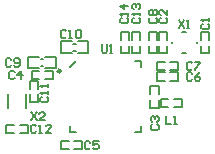
<source format=gto>
G04 Layer_Color=65535*
%FSLAX24Y24*%
%MOIN*%
G70*
G01*
G75*
%ADD21C,0.0060*%
%ADD29C,0.0098*%
%ADD30C,0.0079*%
%ADD31C,0.0050*%
D21*
X1169Y1908D02*
Y2164D01*
Y1456D02*
Y1712D01*
X894Y1908D02*
Y2164D01*
Y1456D02*
Y1712D01*
Y1456D02*
X1169D01*
X894Y2164D02*
X1169D01*
X2579Y2157D02*
X2705D01*
X2216Y1786D02*
Y1834D01*
X2579Y1464D02*
X2705D01*
X3067Y1786D02*
Y1834D01*
X2079Y1908D02*
Y2164D01*
Y1456D02*
Y1712D01*
X1804Y1908D02*
Y2164D01*
Y1456D02*
Y1712D01*
Y1456D02*
X2079D01*
X1804Y2164D02*
X2079D01*
X1512Y-354D02*
Y-98D01*
Y98D02*
Y354D01*
X1788Y-354D02*
Y-98D01*
Y98D02*
Y354D01*
X1512D02*
X1788D01*
X1512Y-354D02*
X1788D01*
X-2454Y878D02*
X-2198D01*
X-2002D02*
X-1746D01*
X-2454Y602D02*
X-2198D01*
X-2002D02*
X-1746D01*
Y878D01*
X-2454Y602D02*
Y878D01*
X1726Y818D02*
X1982D01*
X2178D02*
X2434D01*
X1726Y542D02*
X1982D01*
X2178D02*
X2434D01*
Y818D01*
X1726Y542D02*
Y818D01*
X2178Y892D02*
X2434D01*
X1726D02*
X1982D01*
X2178Y1168D02*
X2434D01*
X1726D02*
X1982D01*
X1726Y892D02*
Y1168D01*
X2434Y892D02*
Y1168D01*
X1729Y1908D02*
Y2164D01*
Y1456D02*
Y1712D01*
X1454Y1908D02*
Y2164D01*
Y1456D02*
Y1712D01*
Y1456D02*
X1729D01*
X1454Y2164D02*
X1729D01*
X2564Y-338D02*
Y-62D01*
X1856Y-338D02*
Y-62D01*
X2112D01*
X2308D02*
X2564D01*
X1856Y-338D02*
X2112D01*
X2308D02*
X2564D01*
X-2563Y1347D02*
X-2198D01*
X-2002D02*
X-1637D01*
X-2563Y953D02*
X-2198D01*
X-2002D02*
X-1637D01*
Y1347D01*
X-2563Y953D02*
Y1347D01*
X-3294Y-922D02*
X-3038D01*
X-2842D02*
X-2586D01*
X-3294Y-1198D02*
X-3038D01*
X-2842D02*
X-2586D01*
Y-922D01*
X-3294Y-1198D02*
Y-922D01*
X-1474Y-1472D02*
X-1218D01*
X-1022D02*
X-766D01*
X-1474Y-1748D02*
X-1218D01*
X-1022D02*
X-766D01*
Y-1472D01*
X-1474Y-1748D02*
Y-1472D01*
X-920Y1463D02*
X-556D01*
X-1481D02*
X-1117D01*
X-920Y1857D02*
X-556D01*
X-1481D02*
X-1117D01*
X-1481Y1463D02*
Y1857D01*
X-556Y1463D02*
Y1857D01*
X3204Y1456D02*
Y1712D01*
Y1909D02*
Y2164D01*
X3479Y1456D02*
Y1712D01*
Y1909D02*
Y2164D01*
X3204D02*
X3479D01*
X3204Y1456D02*
X3479D01*
X-2518Y-174D02*
Y82D01*
Y278D02*
Y534D01*
X-2242Y-174D02*
Y82D01*
Y278D02*
Y534D01*
X-2518D02*
X-2242D01*
X-2518Y-174D02*
X-2242D01*
X514Y2165D02*
X789D01*
X514Y1457D02*
X789D01*
X514D02*
Y1712D01*
Y1909D02*
Y2165D01*
X789Y1457D02*
Y1712D01*
Y1909D02*
Y2165D01*
X-1299Y2185D02*
X-1344Y2230D01*
X-1433D01*
X-1478Y2185D01*
Y2005D01*
X-1433Y1960D01*
X-1344D01*
X-1299Y2005D01*
X-1209Y1960D02*
X-1119D01*
X-1164D01*
Y2230D01*
X-1209Y2185D01*
X-984D02*
X-939Y2230D01*
X-849D01*
X-804Y2185D01*
Y2005D01*
X-849Y1960D01*
X-939D01*
X-984Y2005D01*
Y2185D01*
X-2116Y11D02*
X-2161Y-34D01*
Y-124D01*
X-2116Y-169D01*
X-1936D01*
X-1891Y-124D01*
Y-34D01*
X-1936Y11D01*
X-1891Y101D02*
Y191D01*
Y146D01*
X-2161D01*
X-2116Y101D01*
X-1891Y326D02*
Y416D01*
Y371D01*
X-2161D01*
X-2116Y326D01*
X-2290Y-965D02*
X-2335Y-920D01*
X-2425D01*
X-2470Y-965D01*
Y-1145D01*
X-2425Y-1190D01*
X-2335D01*
X-2290Y-1145D01*
X-2200Y-1190D02*
X-2110D01*
X-2155D01*
Y-920D01*
X-2200Y-965D01*
X-1795Y-1190D02*
X-1975D01*
X-1795Y-1010D01*
Y-965D01*
X-1840Y-920D01*
X-1930D01*
X-1975Y-965D01*
X-2460Y-510D02*
X-2280Y-780D01*
Y-510D02*
X-2460Y-780D01*
X-2010D02*
X-2190D01*
X-2010Y-600D01*
Y-555D01*
X-2055Y-510D01*
X-2145D01*
X-2190Y-555D01*
X1562Y-918D02*
X1518Y-963D01*
Y-1053D01*
X1562Y-1098D01*
X1742D01*
X1787Y-1053D01*
Y-963D01*
X1742Y-918D01*
X1562Y-828D02*
X1518Y-783D01*
Y-693D01*
X1562Y-648D01*
X1607D01*
X1652Y-693D01*
Y-738D01*
Y-693D01*
X1697Y-648D01*
X1742D01*
X1787Y-693D01*
Y-783D01*
X1742Y-828D01*
X2027Y-628D02*
Y-898D01*
X2207D01*
X2297D02*
X2387D01*
X2342D01*
Y-628D01*
X2297Y-673D01*
X-120Y1750D02*
Y1525D01*
X-75Y1480D01*
X15D01*
X60Y1525D01*
Y1750D01*
X150Y1480D02*
X240D01*
X195D01*
Y1750D01*
X150Y1705D01*
X1854Y2635D02*
X1809Y2590D01*
Y2500D01*
X1854Y2455D01*
X2034D01*
X2079Y2500D01*
Y2590D01*
X2034Y2635D01*
X2079Y2905D02*
Y2725D01*
X1899Y2905D01*
X1854D01*
X1809Y2860D01*
Y2770D01*
X1854Y2725D01*
X2907Y770D02*
X2862Y815D01*
X2772D01*
X2728Y770D01*
Y590D01*
X2772Y545D01*
X2862D01*
X2907Y590D01*
X3177Y815D02*
X3087Y770D01*
X2997Y680D01*
Y590D01*
X3042Y545D01*
X3132D01*
X3177Y590D01*
Y635D01*
X3132Y680D01*
X2997D01*
X-3123Y1237D02*
X-3168Y1282D01*
X-3258D01*
X-3303Y1237D01*
Y1057D01*
X-3258Y1012D01*
X-3168D01*
X-3123Y1057D01*
X-3033D02*
X-2988Y1012D01*
X-2898D01*
X-2853Y1057D01*
Y1237D01*
X-2898Y1282D01*
X-2988D01*
X-3033Y1237D01*
Y1192D01*
X-2988Y1147D01*
X-2853D01*
X1504Y2635D02*
X1459Y2590D01*
Y2500D01*
X1504Y2455D01*
X1684D01*
X1729Y2500D01*
Y2590D01*
X1684Y2635D01*
X1504Y2725D02*
X1459Y2770D01*
Y2860D01*
X1504Y2905D01*
X1549D01*
X1594Y2860D01*
X1639Y2905D01*
X1684D01*
X1729Y2860D01*
Y2770D01*
X1684Y2725D01*
X1639D01*
X1594Y2770D01*
X1549Y2725D01*
X1504D01*
X1594Y2770D02*
Y2860D01*
X2452Y2560D02*
X2631Y2290D01*
Y2560D02*
X2452Y2290D01*
X2721D02*
X2811D01*
X2766D01*
Y2560D01*
X2721Y2515D01*
X3247Y2440D02*
X3202Y2395D01*
Y2305D01*
X3247Y2260D01*
X3427D01*
X3472Y2305D01*
Y2395D01*
X3427Y2440D01*
X3472Y2530D02*
Y2620D01*
Y2575D01*
X3202D01*
X3247Y2530D01*
X2907Y1120D02*
X2862Y1165D01*
X2772D01*
X2728Y1120D01*
Y940D01*
X2772Y895D01*
X2862D01*
X2907Y940D01*
X2997Y1165D02*
X3177D01*
Y1120D01*
X2997Y940D01*
Y895D01*
X-490Y-1525D02*
X-535Y-1480D01*
X-625D01*
X-670Y-1525D01*
Y-1705D01*
X-625Y-1750D01*
X-535D01*
X-490Y-1705D01*
X-220Y-1480D02*
X-400D01*
Y-1615D01*
X-310Y-1570D01*
X-265D01*
X-220Y-1615D01*
Y-1705D01*
X-265Y-1750D01*
X-355D01*
X-400Y-1705D01*
X-3013Y827D02*
X-3058Y872D01*
X-3148D01*
X-3193Y827D01*
Y647D01*
X-3148Y602D01*
X-3058D01*
X-3013Y647D01*
X-2788Y602D02*
Y872D01*
X-2923Y737D01*
X-2743D01*
D29*
X-1486Y866D02*
G03*
X-1486Y866I-49J0D01*
G01*
D30*
X-2139Y1268D02*
X-2061D01*
X-2139Y1032D02*
X-2061D01*
X-2645Y-386D02*
Y86D01*
X-3235Y-386D02*
Y86D01*
X-1058Y1542D02*
X-979D01*
X-1058Y1778D02*
X-979D01*
X-1181Y984D02*
X-984Y1181D01*
X984D02*
X1181D01*
Y984D02*
Y1181D01*
Y-1181D02*
Y-984D01*
X984Y-1181D02*
X1181D01*
X-1181D02*
X-984D01*
X-1181D02*
Y-984D01*
D31*
X953Y2637D02*
X912Y2595D01*
Y2512D01*
X953Y2470D01*
X1120D01*
X1162Y2512D01*
Y2595D01*
X1120Y2637D01*
X1162Y2720D02*
Y2803D01*
Y2762D01*
X912D01*
X953Y2720D01*
Y2928D02*
X912Y2970D01*
Y3053D01*
X953Y3095D01*
X995D01*
X1037Y3053D01*
Y3012D01*
Y3053D01*
X1078Y3095D01*
X1120D01*
X1162Y3053D01*
Y2970D01*
X1120Y2928D01*
X553Y2628D02*
X512Y2586D01*
Y2503D01*
X553Y2461D01*
X720D01*
X762Y2503D01*
Y2586D01*
X720Y2628D01*
X762Y2711D02*
Y2794D01*
Y2753D01*
X512D01*
X553Y2711D01*
X762Y3044D02*
X512D01*
X637Y2919D01*
Y3086D01*
M02*

</source>
